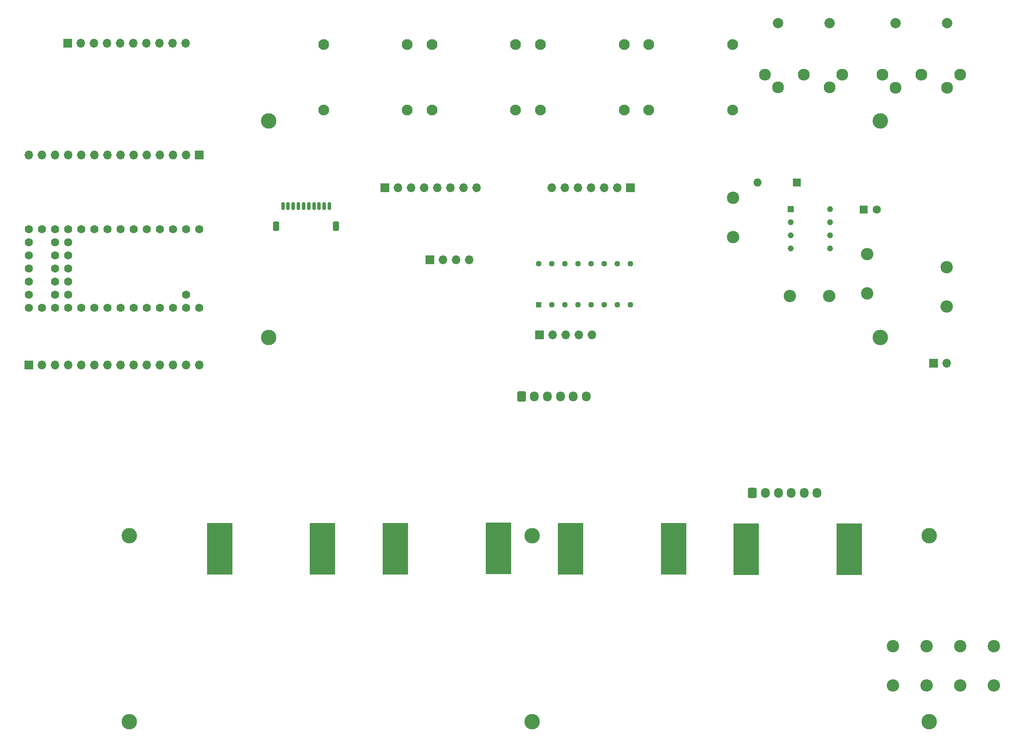
<source format=gbr>
%TF.GenerationSoftware,KiCad,Pcbnew,(6.0.4)*%
%TF.CreationDate,2022-07-24T12:14:58+02:00*%
%TF.ProjectId,MHS_Mobile_Hardware_Sampler_V3,4d48535f-4d6f-4626-996c-655f48617264,rev?*%
%TF.SameCoordinates,Original*%
%TF.FileFunction,Soldermask,Top*%
%TF.FilePolarity,Negative*%
%FSLAX46Y46*%
G04 Gerber Fmt 4.6, Leading zero omitted, Abs format (unit mm)*
G04 Created by KiCad (PCBNEW (6.0.4)) date 2022-07-24 12:14:58*
%MOMM*%
%LPD*%
G01*
G04 APERTURE LIST*
G04 Aperture macros list*
%AMRoundRect*
0 Rectangle with rounded corners*
0 $1 Rounding radius*
0 $2 $3 $4 $5 $6 $7 $8 $9 X,Y pos of 4 corners*
0 Add a 4 corners polygon primitive as box body*
4,1,4,$2,$3,$4,$5,$6,$7,$8,$9,$2,$3,0*
0 Add four circle primitives for the rounded corners*
1,1,$1+$1,$2,$3*
1,1,$1+$1,$4,$5*
1,1,$1+$1,$6,$7*
1,1,$1+$1,$8,$9*
0 Add four rect primitives between the rounded corners*
20,1,$1+$1,$2,$3,$4,$5,0*
20,1,$1+$1,$4,$5,$6,$7,0*
20,1,$1+$1,$6,$7,$8,$9,0*
20,1,$1+$1,$8,$9,$2,$3,0*%
G04 Aperture macros list end*
%ADD10R,5.000000X10.000000*%
%ADD11C,1.600000*%
%ADD12R,1.700000X1.700000*%
%ADD13O,1.700000X1.700000*%
%ADD14C,2.400000*%
%ADD15O,2.400000X2.400000*%
%ADD16C,3.000000*%
%ADD17R,1.160000X1.160000*%
%ADD18C,1.160000*%
%ADD19RoundRect,0.250000X-0.600000X-0.725000X0.600000X-0.725000X0.600000X0.725000X-0.600000X0.725000X0*%
%ADD20O,1.700000X1.950000*%
%ADD21RoundRect,0.150000X-0.150000X-0.625000X0.150000X-0.625000X0.150000X0.625000X-0.150000X0.625000X0*%
%ADD22RoundRect,0.250000X-0.350000X-0.650000X0.350000X-0.650000X0.350000X0.650000X-0.350000X0.650000X0*%
%ADD23C,2.000000*%
%ADD24C,2.300000*%
%ADD25C,2.100000*%
%ADD26R,1.600000X1.600000*%
%ADD27O,1.600000X1.600000*%
%ADD28R,1.130000X1.130000*%
%ADD29C,1.130000*%
G04 APERTURE END LIST*
D10*
%TO.C,H13*%
X144000000Y-123000000D03*
%TD*%
%TO.C,H14*%
X178000000Y-123100000D03*
%TD*%
D11*
%TO.C,U7*%
X52020000Y-61000000D03*
X49480000Y-61000000D03*
X46940000Y-61000000D03*
X44400000Y-61000000D03*
X41860000Y-61000000D03*
X39320000Y-61000000D03*
X36780000Y-61000000D03*
X34240000Y-61000000D03*
X31700000Y-61000000D03*
X29160000Y-61000000D03*
X26620000Y-61000000D03*
X24080000Y-61000000D03*
X21540000Y-61000000D03*
X19000000Y-61000000D03*
X19000000Y-63540000D03*
X19000000Y-66080000D03*
X19000000Y-68620000D03*
X19000000Y-71160000D03*
X19000000Y-73700000D03*
X19000000Y-76240000D03*
X21540000Y-76240000D03*
X24080000Y-76240000D03*
X26620000Y-76240000D03*
X29160000Y-76240000D03*
X31700000Y-76240000D03*
X34240000Y-76240000D03*
X36780000Y-76240000D03*
X39320000Y-76240000D03*
X41860000Y-76240000D03*
X44400000Y-76240000D03*
X46940000Y-76240000D03*
X49480000Y-76240000D03*
X52020000Y-76240000D03*
X49480000Y-73700000D03*
X24080000Y-73700000D03*
X26620000Y-73700000D03*
X24080000Y-71160000D03*
X26620000Y-71160000D03*
X24080000Y-68620000D03*
X26620000Y-68620000D03*
X24080000Y-66080000D03*
X26620000Y-66080000D03*
X24080000Y-63540000D03*
X26620000Y-63540000D03*
%TD*%
D10*
%TO.C,H5V1*%
X56000000Y-123000000D03*
%TD*%
D12*
%TO.C,J6_TeensyPinsUnten1*%
X26575000Y-25000000D03*
D13*
X29115000Y-25000000D03*
X31655000Y-25000000D03*
X34195000Y-25000000D03*
X36735000Y-25000000D03*
X39275000Y-25000000D03*
X41815000Y-25000000D03*
X44355000Y-25000000D03*
X46895000Y-25000000D03*
X49435000Y-25000000D03*
%TD*%
D14*
%TO.C,R4*%
X206000000Y-141880000D03*
D15*
X206000000Y-149500000D03*
%TD*%
D16*
%TO.C,H3*%
X193500000Y-120500000D03*
%TD*%
D17*
%TO.C,U6*%
X166690000Y-57180000D03*
D18*
X166690000Y-59720000D03*
X166690000Y-62260000D03*
X166690000Y-64800000D03*
X174310000Y-64800000D03*
X174310000Y-62260000D03*
X174310000Y-59720000D03*
X174310000Y-57180000D03*
%TD*%
D12*
%TO.C,J9*%
X118000000Y-81500000D03*
D13*
X120540000Y-81500000D03*
X123080000Y-81500000D03*
X125620000Y-81500000D03*
X128160000Y-81500000D03*
%TD*%
D16*
%TO.C,H6*%
X38500000Y-156500000D03*
%TD*%
%TO.C,H2*%
X193500000Y-156500000D03*
%TD*%
D19*
%TO.C,J4*%
X114500000Y-93500000D03*
D20*
X117000000Y-93500000D03*
X119500000Y-93500000D03*
X122000000Y-93500000D03*
X124500000Y-93500000D03*
X127000000Y-93500000D03*
%TD*%
D10*
%TO.C,H12*%
X110000000Y-122900000D03*
%TD*%
%TO.C,H5V3*%
X124000000Y-123000000D03*
%TD*%
D12*
%TO.C,J5*%
X135625000Y-53000000D03*
D13*
X133085000Y-53000000D03*
X130545000Y-53000000D03*
X128005000Y-53000000D03*
X125465000Y-53000000D03*
X122925000Y-53000000D03*
X120385000Y-53000000D03*
%TD*%
D10*
%TO.C,H11*%
X75900000Y-123000000D03*
%TD*%
D21*
%TO.C,JST_TEENSY_5*%
X68250000Y-56530000D03*
X69250000Y-56530000D03*
X70250000Y-56530000D03*
X71250000Y-56530000D03*
X72250000Y-56530000D03*
X73250000Y-56530000D03*
X74250000Y-56530000D03*
X75250000Y-56530000D03*
X76250000Y-56530000D03*
X77250000Y-56530000D03*
D22*
X66950000Y-60405000D03*
X78550000Y-60405000D03*
%TD*%
D12*
%TO.C,J10*%
X194340000Y-87010000D03*
D13*
X196880000Y-87010000D03*
%TD*%
D14*
%TO.C,R1*%
X186500000Y-141880000D03*
D15*
X186500000Y-149500000D03*
%TD*%
D16*
%TO.C,H1*%
X38500000Y-120500000D03*
%TD*%
D12*
%TO.C,J1*%
X52010000Y-46620000D03*
D13*
X49470000Y-46620000D03*
X46930000Y-46620000D03*
X44390000Y-46620000D03*
X41850000Y-46620000D03*
X39310000Y-46620000D03*
X36770000Y-46620000D03*
X34230000Y-46620000D03*
X31690000Y-46620000D03*
X29150000Y-46620000D03*
X26610000Y-46620000D03*
X24070000Y-46620000D03*
X21530000Y-46620000D03*
X18990000Y-46620000D03*
%TD*%
D23*
%TO.C,J8*%
X196982056Y-21066973D03*
X186969129Y-21056684D03*
D24*
X184470000Y-31067500D03*
X191970000Y-31067500D03*
X199470000Y-31067500D03*
X186970000Y-33567500D03*
X196970000Y-33567500D03*
%TD*%
D19*
%TO.C,J?3=FSR4;6=FSR1*%
X159250000Y-112149760D03*
D20*
X161750000Y-112149760D03*
X164250000Y-112149760D03*
X166750000Y-112149760D03*
X169250000Y-112149760D03*
X171750000Y-112149760D03*
%TD*%
D25*
%TO.C,J17*%
X118154670Y-25190000D03*
X118154670Y-37890000D03*
X134384670Y-37890000D03*
X134384670Y-25190000D03*
%TD*%
D14*
%TO.C,R8*%
X196920000Y-68410000D03*
D15*
X196920000Y-76030000D03*
%TD*%
D25*
%TO.C,J16*%
X97124670Y-25190000D03*
X97124670Y-37890000D03*
X113354670Y-37890000D03*
X113354670Y-25190000D03*
%TD*%
D14*
%TO.C,R3*%
X199500000Y-141880000D03*
D15*
X199500000Y-149500000D03*
%TD*%
D14*
%TO.C,R6*%
X166500000Y-73990000D03*
D15*
X174120000Y-73990000D03*
%TD*%
D10*
%TO.C,H5V2*%
X90000000Y-123000000D03*
%TD*%
D12*
%TO.C,J6*%
X96700000Y-67000000D03*
D13*
X99240000Y-67000000D03*
X101780000Y-67000000D03*
X104320000Y-67000000D03*
%TD*%
D23*
%TO.C,J3*%
X174182056Y-21046973D03*
X164169129Y-21036684D03*
D24*
X161670000Y-31047500D03*
X169170000Y-31047500D03*
X176670000Y-31047500D03*
X164170000Y-33547500D03*
X174170000Y-33547500D03*
%TD*%
D16*
%TO.C,H9*%
X65500000Y-82000000D03*
%TD*%
D14*
%TO.C,R2*%
X193000000Y-141880000D03*
D15*
X193000000Y-149500000D03*
%TD*%
D26*
%TO.C,C1*%
X180817621Y-57190000D03*
D11*
X183317621Y-57190000D03*
%TD*%
D12*
%TO.C,J7*%
X87990000Y-53000000D03*
D13*
X90530000Y-53000000D03*
X93070000Y-53000000D03*
X95610000Y-53000000D03*
X98150000Y-53000000D03*
X100690000Y-53000000D03*
X103230000Y-53000000D03*
X105770000Y-53000000D03*
%TD*%
D25*
%TO.C,J18*%
X139154670Y-25190000D03*
X139154670Y-37890000D03*
X155384670Y-37890000D03*
X155384670Y-25190000D03*
%TD*%
D16*
%TO.C,H4*%
X184000000Y-40000000D03*
%TD*%
D14*
%TO.C,R7*%
X181500000Y-73500000D03*
D15*
X181500000Y-65880000D03*
%TD*%
D16*
%TO.C,H8*%
X184000000Y-82000000D03*
%TD*%
D26*
%TO.C,D1*%
X167810000Y-51990000D03*
D27*
X160190000Y-51990000D03*
%TD*%
D16*
%TO.C,H10*%
X116500000Y-156500000D03*
%TD*%
%TO.C,H7*%
X65500000Y-40000000D03*
%TD*%
D10*
%TO.C,H5V4*%
X158000000Y-123100000D03*
%TD*%
D12*
%TO.C,J2*%
X19032663Y-87357701D03*
D13*
X21572663Y-87357701D03*
X24112663Y-87357701D03*
X26652663Y-87357701D03*
X29192663Y-87357701D03*
X31732663Y-87357701D03*
X34272663Y-87357701D03*
X36812663Y-87357701D03*
X39352663Y-87357701D03*
X41892663Y-87357701D03*
X44432663Y-87357701D03*
X46972663Y-87357701D03*
X49512663Y-87357701D03*
X52052663Y-87357701D03*
%TD*%
D16*
%TO.C,H5*%
X116500000Y-120500000D03*
%TD*%
D25*
%TO.C,J11*%
X76124340Y-25190000D03*
X76124340Y-37890000D03*
X92354340Y-37890000D03*
X92354340Y-25190000D03*
%TD*%
D28*
%TO.C,U5*%
X117840000Y-75657960D03*
D29*
X120380000Y-75657960D03*
X122920000Y-75657960D03*
X125460000Y-75657960D03*
X128000000Y-75657960D03*
X130540000Y-75657960D03*
X133080000Y-75657960D03*
X135620000Y-75657960D03*
X135620000Y-67717960D03*
X133080000Y-67717960D03*
X130540000Y-67717960D03*
X128000000Y-67717960D03*
X125460000Y-67717960D03*
X122920000Y-67717960D03*
X120380000Y-67717960D03*
X117840000Y-67717960D03*
%TD*%
D14*
%TO.C,R5*%
X155500000Y-54980000D03*
D15*
X155500000Y-62600000D03*
%TD*%
M02*

</source>
